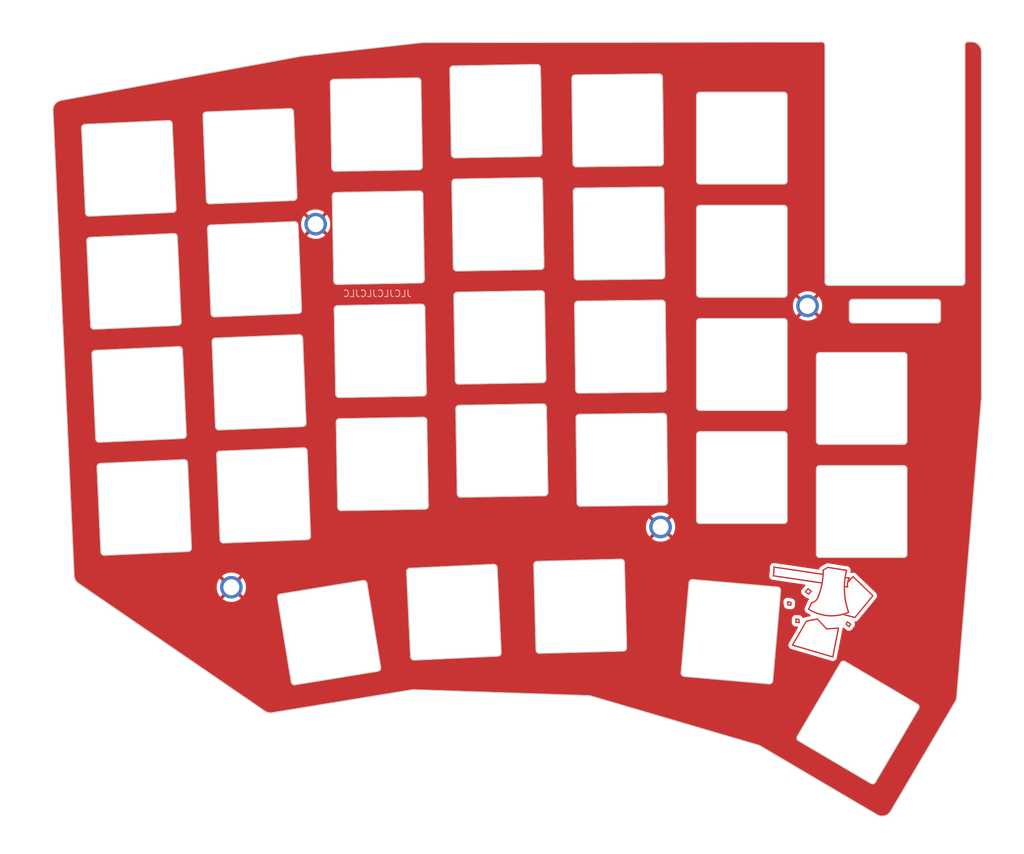
<source format=kicad_pcb>
(kicad_pcb (version 20240108) (generator "pcbnew") (generator_version "8.0")
  (title_block (title "keyplate_left") (rev "v1.0.0") (company "Unknown"))
  (layers (0 "F.Cu" signal) (31 "B.Cu" signal) (34 "B.Paste" user) (35 "F.Paste" user) (36 "B.SilkS" user "B.Silkscreen") (37 "F.SilkS" user "F.Silkscreen") (38 "B.Mask" user) (39 "F.Mask" user) (44 "Edge.Cuts" user))
  (net 0 "")
  (net 1 "GND")
  (footprint "hackbeil:mounting_hole" (layer "F.Cu") (at 155.75717 87.437797 2.3)
    (property "Reference" "MH2" (hide yes))
    (property "Value" "")
    (pad "" thru_hole circle (at 0 0 2.3) (size 3.4 3.4) (drill 2.4) (layers "*.Cu" "*.Mask") (net 1 "GND"))
  )
  (footprint "hackbeil:mounting_hole" (layer "F.Cu") (at 229.659687 99.721852 2.3)
    (property "Reference" "MH4" (hide yes))
    (property "Value" "")
    (pad "" thru_hole circle (at 0 0 2.3) (size 3.4 3.4) (drill 2.4) (layers "*.Cu" "*.Mask") (net 1 "GND"))
  )
  (footprint "hackbeil:logo" (layer "F.Cu") (at 228.802268 142.985001 -90)
    (property "Reference" "REF**" (hide yes))
    (property "Value" "logo")
    (fp_line (start 1.2 2.15) (end 1.650001 2.100002) (stroke (width 0.2)) (layer "F.Cu"))
    (fp_line (start 1.650001 2.100002) (end 1.7 1.65) (stroke (width 0.2)) (layer "F.Cu"))
    (fp_line (start 1.7 1.65) (end 1.300001 1.625) (stroke (width 0.2)) (layer "F.Cu"))
    (fp_line (start 1.300001 1.625) (end 1.2 2.15) (stroke (width 0.2)) (layer "F.Cu"))
    (fp_line (start 7.7 1.4) (end 4.099999 -0.675001) (stroke (width 0.2)) (layer "F.Cu"))
    (fp_line (start 3.8 0.9) (end 4.275 0.899999) (stroke (width 0.2)) (layer "F.Cu"))
    (fp_line (start 4.275 0.899999) (end 4.3 0.4) (stroke (width 0.2)) (layer "F.Cu"))
    (fp_line (start 3.825 0.45) (end 3.8 0.9) (stroke (width 0.2)) (layer "F.Cu"))
    (fp_line (start 4.3 0.4) (end 3.825 0.45) (stroke (width 0.2)) (layer "F.Cu"))
    (fp_line (start -0.325 -0.525) (end 0.05 -0.975) (stroke (width 0.2)) (layer "F.Cu"))
    (fp_line (start 4.099999 -0.675001) (end 3.775 -2.325) (stroke (width 0.2)) (layer "F.Cu"))
    (fp_line (start -0.775 -0.95) (end -0.325 -0.525) (stroke (width 0.2)) (layer "F.Cu"))
    (fp_line (start 0.05 -0.975) (end -0.375 -1.4) (stroke (width 0.2)) (layer "F.Cu"))
    (fp_line (start 2.299999 -1.024999) (end 1.33 -1.455) (stroke (width 0.2)) (layer "F.Cu"))
    (fp_line (start -0.375 -1.4) (end -0.775 -0.95) (stroke (width 0.2)) (layer "F.Cu"))
    (fp_line (start 3.775 -2.325) (end 5.249999 -3.7) (stroke (width 0.2)) (layer "F.Cu"))
    (fp_line (start -1.632499 -3.035001) (end -2.717847 4.299535) (stroke (width 0.2)) (layer "F.Cu"))
    (fp_line (start -2.935001 -3.174999) (end -4.025 4.184999) (stroke (width 0.2)) (layer "F.Cu"))
    (fp_line (start -3.579999 -3.205) (end -3.98 -3.895) (stroke (width 0.2)) (layer "F.Cu"))
    (fp_line (start 5.249999 -3.7) (end 5.149999 -5.499999) (stroke (width 0.2)) (layer "F.Cu"))
    (fp_line (start 9.475 -4.65) (end 7.7 1.4) (stroke (width 0.2)) (layer "F.Cu"))
    (fp_line (start 5.149999 -5.499999) (end 9.475 -4.65) (stroke (width 0.2)) (layer "F.Cu"))
    (fp_line (start -1.132499 -6.375) (end -1.0275 -6.875001) (stroke (width 0.2)) (layer "F.Cu"))
    (fp_line (start -2.435 -6.515) (end -2.404999 -7.145001) (stroke (width 0.2)) (layer "F.Cu"))
    (fp_line (start 4.574999 -6.65) (end 4.924999 -7.075001) (stroke (width 0.2)) (layer "F.Cu"))
    (fp_line (start -3.532732 -6.713895) (end -3.98 -3.895) (stroke (width 0.2)) (layer "F.Cu"))
    (fp_line (start 4.199999 -6.849999) (end 4.574999 -6.65) (stroke (width 0.2)) (layer "F.Cu"))
    (fp_line (start 4.924999 -7.075001) (end 4.575001 -7.350001) (stroke (width 0.2)) (layer "F.Cu"))
    (fp_line (start 4.575001 -7.350001) (end 4.199999 -6.849999) (stroke (width 0.2)) (layer "F.Cu"))
    (fp_line (start -2.575 -7.7) (end -1.740176 -6.887934) (stroke (width 0.2)) (layer "F.Cu"))
    (fp_line (start -2.575 -7.7) (end 0.275001 -10.675) (stroke (width 0.2)) (layer "F.Cu"))
    (fp_line (start 3.549999 -7.974998) (end 3.075 -6.125) (stroke (width 0.2)) (layer "F.Cu"))
    (fp_line (start 0.275001 -10.675) (end 3.549999 -7.974998) (stroke (width 0.2)) (layer "F.Cu"))
    (fp_arc (start -4.025001 4.185001) (mid -3.368327 4.206927) (end -2.717847 4.299535) (stroke (width 0.2)) (layer "F.Cu"))
    (fp_arc (start 0.500001 -2.425) (mid 1.045705 -2.051841) (end 1.329998 -1.455001) (stroke (width 0.2)) (layer "F.Cu"))
    (fp_arc (start -3.579999 -3.205) (mid -1.500871 -3.019671) (end 0.500001 -2.425) (stroke (width 0.2)) (layer "F.Cu"))
    (fp_arc (start -1.0275 -6.875001) (mid -1.740176 -6.887934) (end -2.404999 -7.145001) (stroke (width 0.2)) (layer "F.Cu"))
    (fp_arc (start 2.76 -7.025001) (mid 3.275914 -3.967813) (end 2.299999 -1.024999) (stroke (width 0.2)) (layer "F.Cu"))
    (fp_arc (start 2.76 -7.025001) (mid -0.363274 -6.402372) (end -3.532732 -6.713895) (stroke (width 0.2)) (layer "F.Cu"))
  )
  (footprint "hackbeil:mounting_hole" (layer "F.Cu") (at 143.08625 141.990251 2.3)
    (property "Reference" "MH1" (hide yes))
    (property "Value" "")
    (pad "" thru_hole circle (at 0 0 2.3) (size 3.4 3.4) (drill 2.4) (layers "*.Cu" "*.Mask") (net 1 "GND"))
  )
  (footprint "hackbeil:mounting_hole" (layer "F.Cu") (at 207.574795 132.934915 2.3)
    (property "Reference" "MH3" (hide yes))
    (property "Value" "")
    (pad "" thru_hole circle (at 0 0 2.3) (size 3.4 3.4) (drill 2.4) (layers "*.Cu" "*.Mask") (net 1 "GND"))
  )
  (gr_line (start 162.873749 140.978983) (end 150.439367 143.015191) (stroke (width 0.15)) (layer "Edge.Cuts"))
  (gr_arc (start 195.124986 95.816049) (mid 194.769669 95.673933) (end 194.618914 95.322195) (stroke (width 0.15)) (layer "Edge.Cuts"))
  (gr_arc (start 211.126478 155.384631) (mid 210.787034 155.207927) (end 210.671959 154.842956) (stroke (width 0.15)) (layer "Edge.Cuts"))
  (gr_line (start 150.026741 143.589421) (end 152.09527 156.221174) (stroke (width 0.15)) (layer "Edge.Cuts"))
  (gr_arc (start 172.671739 129.745695) (mid 172.531485 130.10175) (end 172.180541 130.254345) (stroke (width 0.15)) (layer "Edge.Cuts"))
  (gr_line (start 139.520261 88.089938) (end 140.033948 100.879627) (stroke (width 0.15)) (layer "Edge.Cuts"))
  (gr_line (start 226.089682 67.616937) (end 213.489682 67.616937) (stroke (width 0.15)) (layer "Edge.Cuts"))
  (gr_arc (start 139.871371 84.372854) (mid 139.512225 84.240714) (end 139.351707 83.893322) (stroke (width 0.15)) (layer "Edge.Cuts"))
  (gr_arc (start 158.850419 117.184997) (mid 158.990673 116.828942) (end 159.341617 116.676347) (stroke (width 0.15)) (layer "Edge.Cuts"))
  (gr_line (start 189.313906 80.44774) (end 176.715825 80.667641) (stroke (width 0.15)) (layer "Edge.Cuts"))
  (gr_line (start 159.28577 113.476834) (end 171.88385 113.256934) (stroke (width 0.15)) (layer "Edge.Cuts"))
  (gr_line (start 121.374335 89.950057) (end 121.954982 102.736881) (stroke (width 0.15)) (layer "Edge.Cuts"))
  (gr_line (start 226.089682 101.616937) (end 213.489682 101.616937) (stroke (width 0.15)) (layer "Edge.Cuts"))
  (gr_line (start 140.202501 105.076243) (end 140.716188 117.865931) (stroke (width 0.15)) (layer "Edge.Cuts"))
  (gr_line (start 249.639682 101.77628) (end 249.639682 99.23628) (stroke (width 0.15)) (layer "Edge.Cuts"))
  (gr_arc (start 207.76314 98.861875) (mid 208.118456 99.003992) (end 208.269211 99.35573) (stroke (width 0.15)) (layer "Edge.Cuts"))
  (gr_arc (start 246.169039 159.556215) (mid 246.399343 159.86184) (end 246.346083 160.240799) (stroke (width 0.15)) (layer "Edge.Cuts"))
  (gr_line (start 138.83802 71.103634) (end 139.351707 83.893322) (stroke (width 0.15)) (layer "Edge.Cuts"))
  (gr_line (start 158.553729 100.187586) (end 158.777119 112.985637) (stroke (width 0.15)) (layer "Edge.Cuts"))
  (gr_line (start 190.045946 93.736989) (end 189.822556 80.938938) (stroke (width 0.15)) (layer "Edge.Cuts"))
  (gr_line (start 148.116631 160.605853) (end 120.104289 141.410738) (stroke (width 0.15)) (layer "Edge.Cuts"))
  (gr_line (start 188.535588 138.621093) (end 188.870653 151.416707) (stroke (width 0.15)) (layer "Edge.Cuts"))
  (gr_line (start 236.439682 102.27628) (end 249.139682 102.27628) (stroke (width 0.15)) (layer "Edge.Cuts"))
  (gr_line (start 153.622992 100.333834) (end 153.109305 87.544146) (stroke (width 0.15)) (layer "Edge.Cuts"))
  (gr_line (start 122.145506 106.932557) (end 122.726152 119.71938) (stroke (width 0.15)) (layer "Edge.Cuts"))
  (gr_line (start 244.089682 123.716937) (end 231.489682 123.716937) (stroke (width 0.15)) (layer "Edge.Cuts"))
  (gr_line (start 165.516508 154.023362) (end 163.447979 141.391609) (stroke (width 0.15)) (layer "Edge.Cuts"))
  (gr_line (start 153.271882 104.050919) (end 140.682033 104.55658) (stroke (width 0.15)) (layer "Edge.Cuts"))
  (gr_arc (start 151.907401 70.07831) (mid 152.266547 70.21045) (end 152.427064 70.557841) (stroke (width 0.15)) (layer "Edge.Cuts"))
  (gr_arc (start 171.643006 99.459036) (mid 171.999062 99.599289) (end 172.151657 99.950233) (stroke (width 0.15)) (layer "Edge.Cuts"))
  (gr_line (start 176.818009 115.171112) (end 177.0414 127.969163) (stroke (width 0.15)) (layer "Edge.Cuts"))
  (gr_line (start 208.425588 112.154775) (end 208.269211 99.35573) (stroke (width 0.15)) (layer "Edge.Cuts"))
  (gr_arc (start 249.139682 98.73628) (mid 249.493235 98.882727) (end 249.639682 99.23628) (stroke (width 0.15)) (layer "Edge.Cuts"))
  (gr_line (start 207.347761 64.864413) (end 194.748702 65.018347) (stroke (width 0.15)) (layer "Edge.Cuts"))
  (gr_arc (start 153.954122 121.037223) (mid 154.313268 121.169363) (end 154.473786 121.516755) (stroke (width 0.15)) (layer "Edge.Cuts"))
  (gr_line (start 171.346316 82.461625) (end 158.748235 82.681525) (stroke (width 0.15)) (layer "Edge.Cuts"))
  (gr_line (start 207.970828 115.860607) (end 195.371769 116.014541) (stroke (width 0.15)) (layer "Edge.Cuts"))
  (gr_line (start 196.746201 158.281829) (end 170.471287 157.395706) (stroke (width 0.15)) (layer "Edge.Cuts"))
  (gr_line (start 119.453725 140.241415) (end 116.28083 70.368843) (stroke (width 0.15)) (layer "Edge.Cuts"))
  (gr_arc (start 253.289681 60.534777) (mid 253.435874 60.181477) (end 253.788964 60.034778) (stroke (width 0.15)) (layer "Edge.Cuts"))
  (gr_line (start 231.489682 120.516937) (end 244.089682 120.516937) (stroke (width 0.15)) (layer "Edge.Cuts"))
  (gr_line (start 235.939682 99.23628) (end 235.939682 101.77628) (stroke (width 0.15)) (layer "Edge.Cuts"))
  (gr_arc (start 158.257038 83.190176) (mid 158.397291 82.83412) (end 158.748235 82.681525) (stroke (width 0.15)) (layer "Edge.Cuts"))
  (gr_arc (start 235.939682 99.23628) (mid 236.086129 98.882727) (end 236.439682 98.73628) (stroke (width 0.15)) (layer "Edge.Cuts"))
  (gr_arc (start 182.489855 138.546808) (mid 182.849914 138.676438) (end 183.012853 139.0227) (stroke (width 0.15)) (layer "Edge.Cuts"))
  (gr_arc (start 176.956668 94.465539) (mid 176.600613 94.325285) (end 176.448018 93.974341) (stroke (width 0.15)) (layer "Edge.Cuts"))
  (gr_line (start 213.489682 98.416937) (end 226.089682 98.416937) (stroke (width 0.15)) (layer "Edge.Cuts"))
  (gr_arc (start 232.789682 96.62628) (mid 232.436129 96.479833) (end 232.289682 96.12628) (stroke (width 0.15)) (layer "Edge.Cuts"))
  (gr_arc (start 213.489682 115.416937) (mid 213.136129 115.27049) (end 212.989682 114.916937) (stroke (width 0.15)) (layer "Edge.Cuts"))
  (gr_line (start 136.312152 119.102444) (end 135.731506 106.31562) (stroke (width 0.15)) (layer "Edge.Cuts"))
  (gr_line (start 122.477148 103.213684) (end 135.064178 102.642111) (stroke (width 0.15)) (layer "Edge.Cuts"))
  (gr_arc (start 226.089682 84.616937) (mid 226.443235 84.763384) (end 226.589682 85.116937) (stroke (width 0.15)) (layer "Edge.Cuts"))
  (gr_arc (start 189.610597 97.445151) (mid 189.966652 97.585405) (end 190.119247 97.936349) (stroke (width 0.15)) (layer "Edge.Cuts"))
  (gr_line (start 176.956668 94.465539) (end 189.554749 94.245639) (stroke (width 0.15)) (layer "Edge.Cuts"))
  (gr_line (start 172.671739 129.745695) (end 172.448348 116.947644) (stroke (width 0.15)) (layer "Edge.Cuts"))
  (gr_arc (start 116.28083 70.368844) (mid 116.605145 69.367314) (end 117.507785 68.825574) (stroke (width 0.15)) (layer "Edge.Cuts"))
  (gr_arc (start 140.202502 105.076243) (mid 140.334642 104.717097) (end 140.682033 104.55658) (stroke (width 0.15)) (layer "Edge.Cuts"))
  (gr_arc (start 195.332675 112.81478) (mid 194.977358 112.672664) (end 194.826603 112.320926) (stroke (width 0.15)) (layer "Edge.Cuts"))
  (gr_arc (start 201.61801 137.778346) (mid 201.975276 137.915487) (end 202.130928 138.265086) (stroke (width 0.15)) (layer "Edge.Cuts"))
  (gr_line (start 226.589682 114.916937) (end 226.589682 102.116937) (stroke (width 0.15)) (layer "Edge.Cuts"))
  (gr_arc (start 154.987474 134.306444) (mid 154.855333 134.66559) (end 154.507941 134.826107) (stroke (width 0.15)) (layer "Edge.Cuts"))
  (gr_arc (start 141.918092 135.331767) (mid 141.558946 135.199627) (end 141.398429 134.852236) (stroke (width 0.15)) (layer "Edge.Cuts"))
  (gr_line (start 225.150244 141.955782) (end 212.398952 140.840189) (stroke (width 0.15)) (layer "Edge.Cuts"))
  (gr_arc (start 120.10429 141.410738) (mid 119.641393 140.90264) (end 119.453725 140.241415) (stroke (width 0.15)) (layer "Edge.Cuts"))
  (gr_arc (start 171.049626 65.464215) (mid 171.405681 65.604469) (end 171.558275 65.955412) (stroke (width 0.15)) (layer "Edge.Cuts"))
  (gr_arc (start 137.083323 136.084944) (mid 136.953065 136.444776) (end 136.606519 136.60711) (stroke (width 0.15)) (layer "Edge.Cuts"))
  (gr_line (start 151.907401 70.07831) (end 139.317552 70.583971) (stroke (width 0.15)) (layer "Edge.Cuts"))
  (gr_line (start 134.769811 85.137444) (end 134.189164 72.350621) (stroke (width 0.15)) (layer "Edge.Cuts"))
  (gr_line (start 140.884742 122.062548) (end 141.398429 134.852236) (stroke (width 0.15)) (layer "Edge.Cuts"))
  (gr_line (start 135.209339 105.838816) (end 122.62231 106.41039) (stroke (width 0.15)) (layer "Edge.Cuts"))
  (gr_line (start 134.438168 88.856317) (end 121.851139 89.427891) (stroke (width 0.15)) (layer "Edge.Cuts"))
  (gr_line (start 202.465993 151.0607) (end 202.130928 138.265087) (stroke (width 0.15)) (layer "Edge.Cuts"))
  (gr_arc (start 208.425589 112.154775) (mid 208.283472 112.510091) (end 207.931734 112.660846) (stroke (width 0.15)) (layer "Edge.Cuts"))
  (gr_line (start 141.918092 135.331767) (end 154.507941 134.826107) (stroke (width 0.15)) (layer "Edge.Cuts"))
  (gr_line (start 182.489855 138.546808) (end 169.903842 139.14035) (stroke (width 0.15)) (layer "Edge.Cuts"))
  (gr_line (start 211.126478 155.384631) (end 223.87777 156.500225) (stroke (width 0.15)) (layer "Edge.Cuts"))
  (gr_arc (start 189.749256 76.739578) (mid 189.609002 77.095633) (end 189.258058 77.248228) (stroke (width 0.15)) (layer "Edge.Cuts"))
  (gr_arc (start 120.603165 72.967558) (mid 120.733422 72.607725) (end 121.079968 72.445391) (stroke (width 0.15)) (layer "Edge.Cuts"))
  (gr_line (start 253.788964 60.034778) (end 254.287527 60.034062) (stroke (width 0.15)) (layer "Edge.Cuts"))
  (gr_line (start 123.248319 120.196184) (end 135.835348 119.62461) (stroke (width 0.15)) (layer "Edge.Cuts"))
  (gr_line (start 226.589682 131.916937) (end 226.589682 119.116937) (stroke (width 0.15)) (layer "Edge.Cuts"))
  (gr_arc (start 123.248319 120.196185) (mid 122.888486 120.065927) (end 122.726152 119.71938) (stroke (width 0.15)) (layer "Edge.Cuts"))
  (gr_arc (start 226.589682 114.916937) (mid 226.443235 115.27049) (end 226.089682 115.416937) (stroke (width 0.15)) (layer "Edge.Cuts"))
  (gr_arc (start 124.01949 137.178685) (mid 123.659657 137.048427) (end 123.497323 136.70188) (stroke (width 0.15)) (layer "Edge.Cuts"))
  (gr_line (start 224.419446 156.045705) (end 225.604764 142.497457) (stroke (width 0.15)) (layer "Edge.Cuts"))
  (gr_arc (start 212.989682 102.116937) (mid 213.136129 101.763384) (end 213.489682 101.616937) (stroke (width 0.15)) (layer "Edge.Cuts"))
  (gr_line (start 212.989682 85.116937) (end 212.989682 97.916937) (stroke (width 0.15)) (layer "Edge.Cuts"))
  (gr_arc (start 194.462538 82.52315) (mid 194.604654 82.167834) (end 194.956391 82.017079) (stroke (width 0.15)) (layer "Edge.Cuts"))
  (gr_line (start 175.927936 64.17888) (end 176.151327 76.976931) (stroke (width 0.15)) (layer "Edge.Cuts"))
  (gr_arc (start 170.553911 152.92503) (mid 170.193852 152.7954) (end 170.030913 152.449138) (stroke (width 0.15)) (layer "Edge.Cuts"))
  (gr_line (start 194.254848 65.524419) (end 194.411225 78.323463) (stroke (width 0.15)) (layer "Edge.Cuts"))
  (gr_arc (start 244.089682 123.716937) (mid 244.443235 123.863384) (end 244.589682 124.216937) (stroke (width 0.15)) (layer "Edge.Cuts"))
  (gr_line (start 157.960347 66.192765) (end 158.183738 78.990815) (stroke (width 0.15)) (layer "Edge.Cuts"))
  (gr_line (start 158.692388 79.482013) (end 171.290469 79.262112) (stroke (width 0.15)) (layer "Edge.Cuts"))
  (gr_arc (start 194.877915 116.520613) (mid 195.020031 116.165296) (end 195.371769 116.014541) (stroke (width 0.15)) (layer "Edge.Cuts"))
  (gr_arc (start 213.489682 132.416937) (mid 213.136129 132.27049) (end 212.989682 131.916937) (stroke (width 0.15)) (layer "Edge.Cuts"))
  (gr_arc (start 226.089682 118.616937) (mid 226.443235 118.763384) (end 226.589682 119.116937) (stroke (width 0.15)) (layer "Edge.Cuts"))
  (gr_line (start 251.871698 159.135403) (end 242.148835 175.641549) (stroke (width 0.15)) (layer "Edge.Cuts"))
  (gr_arc (start 176.659978 77.468128) (mid 176.303922 77.327875) (end 176.151327 76.976931) (stroke (width 0.15)) (layer "Edge.Cuts"))
  (gr_arc (start 152.940751 83.347529) (mid 152.808611 83.706675) (end 152.46122 83.867192) (stroke (width 0.15)) (layer "Edge.Cuts"))
  (gr_arc (start 212.989682 85.116937) (mid 213.136129 84.763384) (end 213.489682 84.616937) (stroke (width 0.15)) (layer "Edge.Cuts"))
  (gr_line (start 195.124986 95.816049) (end 207.724045 95.662115) (stroke (width 0.15)) (layer "Edge.Cuts"))
  (gr_line (start 213.489682 132.416937) (end 226.089682 132.416937) (stroke (width 0.15)) (layer "Edge.Cuts"))
  (gr_line (start 124.01949 137.178684) (end 136.606519 136.60711) (stroke (width 0.15)) (layer "Edge.Cuts"))
  (gr_arc (start 231.788964 60.066393) (mid 232.142981 60.212585) (end 232.289682 60.566392) (stroke (width 0.15)) (layer "Edge.Cuts"))
  (gr_line (start 208.217899 95.156043) (end 208.061522 82.356999) (stroke (width 0.15)) (layer "Edge.Cuts"))
  (gr_arc (start 228.308481 165.051714) (mid 228.078176 164.746089) (end 228.131435 164.36713) (stroke (width 0.15)) (layer "Edge.Cuts"))
  (gr_line (start 153.954123 121.037224) (end 141.364273 121.542885) (stroke (width 0.15)) (layer "Edge.Cuts"))
  (gr_arc (start 244.589682 137.016937) (mid 244.443235 137.37049) (end 244.089682 137.516937) (stroke (width 0.15)) (layer "Edge.Cuts"))
  (gr_arc (start 122.145505 106.932557) (mid 122.275763 106.572724) (end 122.62231 106.41039) (stroke (width 0.15)) (layer "Edge.Cuts"))
  (gr_arc (start 236.439682 102.27628) (mid 236.086129 102.129833) (end 235.939682 101.77628) (stroke (width 0.15)) (layer "Edge.Cuts"))
  (gr_arc (start 136.312152 119.102444) (mid 136.181894 119.462276) (end 135.835348 119.62461) (stroke (width 0.15)) (layer "Edge.Cuts"))
  (gr_arc (start 252.07414 158.497852) (mid 252.008911 158.828056) (end 251.871698 159.135403) (stroke (width 0.15)) (layer "Edge.Cuts"))
  (gr_line (start 195.332675 112.81478) (end 207.931734 112.660846) (stroke (width 0.15)) (layer "Edge.Cuts"))
  (gr_arc (start 226.589682 131.916937) (mid 226.443235 132.27049) (end 226.089682 132.416937) (stroke (width 0.15)) (layer "Edge.Cuts"))
  (gr_line (start 176.659978 77.468128) (end 189.258058 77.248228) (stroke (width 0.15)) (layer "Edge.Cuts"))
  (gr_arc (start 177.253359 111.46295) (mid 176.897304 111.322696) (end 176.744709 110.971752) (stroke (width 0.15)) (layer "Edge.Cuts"))
  (gr_line (start 207.76314 98.861876) (end 195.16408 99.01581) (stroke (width 0.15)) (layer "Edge.Cuts"))
  (gr_arc (start 189.907288 114.442562) (mid 190.263343 114.582816) (end 190.415938 114.93376) (stroke (width 0.15)) (layer "Edge.Cuts"))
  (gr_line (start 189.907288 114.442562) (end 177.309207 114.662462) (stroke (width 0.15)) (layer "Edge.Cuts"))
  (gr_arc (start 208.01021 78.157313) (mid 207.868094 78.512629) (end 207.516356 78.663383) (stroke (width 0.15)) (layer "Edge.Cuts"))
  (gr_arc (start 207.555451 81.863144) (mid 207.910767 82.005261) (end 208.061522 82.356999) (stroke (width 0.15)) (layer "Edge.Cuts"))
  (gr_line (start 195.540364 129.813511) (end 208.139423 129.659577) (stroke (width 0.15)) (layer "Edge.Cuts"))
  (gr_line (start 121.705978 86.231185) (end 134.293007 85.659611) (stroke (width 0.15)) (layer "Edge.Cuts"))
  (gr_line (start 122.916677 123.915057) (end 123.497323 136.70188) (stroke (width 0.15)) (layer "Edge.Cuts"))
  (gr_arc (start 231.489682 120.516937) (mid 231.136129 120.37049) (end 230.989682 120.016937) (stroke (width 0.15)) (layer "Edge.Cuts"))
  (gr_line (start 244.589682 120.016937) (end 244.589682 107.216937) (stroke (width 0.15)) (layer "Edge.Cuts"))
  (gr_line (start 169.427951 139.663348) (end 170.030913 152.449138) (stroke (width 0.15)) (layer "Edge.Cuts"))
  (gr_arc (start 230.989682 107.216937) (mid 231.136129 106.863384) (end 231.489682 106.716937) (stroke (width 0.15)) (layer "Edge.Cuts"))
  (gr_line (start 158.85042 117.184997) (end 159.07381 129.983047) (stroke (width 0.15)) (layer "Edge.Cuts"))
  (gr_line (start 226.589682 80.916937) (end 226.589682 68.116937) (stroke (width 0.15)) (layer "Edge.Cuts"))
  (gr_arc (start 154.305232 117.320139) (mid 154.173092 117.679285) (end 153.825701 117.839802) (stroke (width 0.15)) (layer "Edge.Cuts"))
  (gr_line (start 211.857277 141.294708) (end 210.671959 154.842956) (stroke (width 0.15)) (layer "Edge.Cuts"))
  (gr_line (start 222.253052 165.715741) (end 197.117912 158.341641) (stroke (width 0.15)) (layer "Edge.Cuts"))
  (gr_line (start 158.257038 83.190176) (end 158.480428 95.988226) (stroke (width 0.15)) (layer "Edge.Cuts"))
  (gr_arc (start 171.574815 60.162019) (mid 171.657149 60.155081) (end 171.73974 60.152686) (stroke (width 0.15)) (layer "Edge.Cuts"))
  (gr_arc (start 140.553611 101.359158) (mid 140.194465 101.227018) (end 140.033948 100.879627) (stroke (width 0.15)) (layer "Edge.Cuts"))
  (gr_line (start 171.643006 99.459036) (end 159.044926 99.678936) (stroke (width 0.15)) (layer "Edge.Cuts"))
  (gr_line (start 135.540981 102.119944) (end 134.960335 89.333121) (stroke (width 0.15)) (layer "Edge.Cuts"))
  (gr_arc (start 177.550049 128.46036) (mid 177.193994 128.320106) (end 177.0414 127.969163) (stroke (width 0.15)) (layer "Edge.Cuts"))
  (gr_arc (start 153.622992 100.333835) (mid 153.490852 100.69298) (end 153.14346 100.853497) (stroke (width 0.15)) (layer "Edge.Cuts"))
  (gr_line (start 232.789682 96.62628) (end 252.789682 96.62628) (stroke (width 0.15)) (layer "Edge.Cuts"))
  (gr_arc (start 244.089682 106.716937) (mid 244.443235 106.863384) (end 244.589682 107.216937) (stroke (width 0.15)) (layer "Edge.Cuts"))
  (gr_arc (start 208.633278 129.153506) (mid 208.491161 129.508822) (end 208.139423 129.659577) (stroke (width 0.15)) (layer "Edge.Cuts"))
  (gr_arc (start 121.705978 86.231184) (mid 121.346145 86.100927) (end 121.183811 85.754381) (stroke (width 0.15)) (layer "Edge.Cuts"))
  (gr_line (start 158.989078 96.479423) (end 171.587159 96.259523) (stroke (width 0.15)) (layer "Edge.Cuts"))
  (gr_arc (start 121.374336 89.950058) (mid 121.504593 89.590225) (end 121.851139 89.427891) (stroke (width 0.15)) (layer "Edge.Cuts"))
  (gr_arc (start 134.438169 88.856317) (mid 134.798001 88.986575) (end 134.960335 89.333121) (stroke (width 0.15)) (layer "Edge.Cuts"))
  (gr_arc (start 194.917296 78.817318) (mid 194.56198 78.675201) (end 194.411225 78.323463) (stroke (width 0.15)) (layer "Edge.Cuts"))
  (gr_arc (start 222.253052 165.715742) (mid 222.427111 165.778709) (end 222.59209 165.862634) (stroke (width 0.15)) (layer "Edge.Cuts"))
  (gr_arc (start 188.535588 138.621093) (mid 188.67273 138.263827) (end 189.022329 138.108176) (stroke (width 0.15)) (layer "Edge.Cuts"))
  (gr_arc (start 139.520261 88.089938) (mid 139.652401 87.730792) (end 139.999792 87.570275) (stroke (width 0.15)) (layer "Edge.Cuts"))
  (gr_line (start 244.589682 137.016937) (end 244.589682 124.216937) (stroke (width 0.15)) (layer "Edge.Cuts"))
  (gr_arc (start 234.627927 153.338277) (mid 234.933812 153.108983) (end 235.31251 153.161231) (stroke (width 0.15)) (layer "Edge.Cuts"))
  (gr_arc (start 190.342637 110.7344) (mid 190.202383 111.090455) (end 189.85144 111.243049) (stroke (width 0.15)) (layer "Edge.Cuts"))
  (gr_arc (start 231.489682 137.516937) (mid 231.136129 137.37049) (end 230.989682 137.016937) (stroke (width 0.15)) (layer "Edge.Cuts"))
  (gr_arc (start 171.939698 116.456446) (mid 172.295753 116.5967) (end 172.448348 116.947644) (stroke (width 0.15)) (layer "Edge.Cuts"))
  (gr_line (start 212.989682 119.116937) (end 212.989682 131.916937) (stroke (width 0.15)) (layer "Edge.Cuts"))
  (gr_arc (start 213.489682 98.416937) (mid 213.136129 98.27049) (end 212.989682 97.916937) (stroke (width 0.15)) (layer "Edge.Cuts"))
  (gr_line (start 226.089682 84.616937) (end 213.489682 84.616937) (stroke (width 0.15)) (layer "Edge.Cuts"))
  (gr_arc (start 190.639328 127.731809) (mid 190.499075 128.087865) (end 190.148131 128.24046) (stroke (width 0.15)) (layer "Edge.Cuts"))
  (gr_arc (start 176.818009 115.171112) (mid 176.958263 114.815057) (end 177.309207 114.662462) (stroke (width 0.15)) (layer "Edge.Cuts"))
  (gr_arc (start 135.209339 105.838817) (mid 135.569172 105.969074) (end 135.731506 106.31562) (stroke (width 0.15)) (layer "Edge.Cuts"))
  (gr_arc (start 249.639682 101.77628) (mid 249.493235 102.129833) (end 249.139682 102.27628) (stroke (width 0.15)) (layer "Edge.Cuts"))
  (gr_line (start 228.308481 165.051714) (end 239.165008 171.446697) (stroke (width 0.15)) (layer "Edge.Cuts"))
  (gr_line (start 135.98051 122.821316) (end 123.393481 123.39289) (stroke (width 0.15)) (layer "Edge.Cuts"))
  (gr_line (start 152.940751 83.347529) (end 152.427064 70.557841) (stroke (width 0.15)) (layer "Edge.Cuts"))
  (gr_line (start 189.610597 97.445151) (end 177.012516 97.665052) (stroke (width 0.15)) (layer "Edge.Cuts"))
  (gr_arc (start 253.289682 96.12628) (mid 253.143235 96.479833) (end 252.789682 96.62628) (stroke (width 0.15)) (layer "Edge.Cuts"))
  (gr_arc (start 171.781665 78.753462) (mid 171.641412 79.109517) (end 171.290469 79.262112) (stroke (width 0.15)) (layer "Edge.Cuts"))
  (gr_arc (start 152.589641 87.064614) (mid 152.948787 87.196754) (end 153.109305 87.544146) (stroke (width 0.15)) (layer "Edge.Cuts"))
  (gr_line (start 246.169038 159.556215) (end 235.31251 153.161231) (stroke (width 0.15)) (layer "Edge.Cuts"))
  (gr_line (start 171.73974 60.152686) (end 231.788964 60.066393) (stroke (width 0.15)) (layer "Edge.Cuts"))
  (gr_arc (start 190.045947 93.736989) (mid 189.905693 94.093044) (end 189.554749 94.245639) (stroke (width 0.15)) (layer "Edge.Cuts"))
  (gr_line (start 171.939698 116.456447) (end 159.341617 116.676347) (stroke (width 0.15)) (layer "Edge.Cuts"))
  (gr_line (start 140.553611 101.359158) (end 153.14346 100.853497) (stroke (width 0.15)) (layer "Edge.Cuts"))
  (gr_line (start 239.849592 171.269652) (end 246.346083 160.240799) (stroke (width 0.15)) (layer "Edge.Cuts"))
  (gr_line (start 190.342637 110.734399) (end 190.119247 97.936349) (stroke (width 0.15)) (layer "Edge.Cuts"))
  (gr_line (start 194.670226 99.521882) (end 194.826603 112.320926) (stroke (width 0.15)) (layer "Edge.Cuts"))
  (gr_line (start 213.489682 81.416937) (end 226.089682 81.416937) (stroke (width 0.15)) (layer "Edge.Cuts"))
  (gr_arc (start 169.427951 139.663349) (mid 169.55758 139.303289) (end 169.903842 139.14035) (stroke (width 0.15)) (layer "Edge.Cuts"))
  (gr_arc (start 158.553728 100.187586) (mid 158.693982 99.831531) (end 159.044926 99.678936) (stroke (width 0.15)) (layer "Edge.Cuts"))
  (gr_arc (start 212.989682 119.116937) (mid 213.136129 118.763384) (end 213.489682 118.616937) (stroke (width 0.15)) (layer "Edge.Cuts"))
  (gr_line (start 232.289682 60.566392) (end 232.289682 96.12628) (stroke (width 0.15)) (layer "Edge.Cuts"))
  (gr_line (start 117.507785 68.825574) (end 153.637493 62.176248) (stroke (width 0.15)) (layer "Edge.Cuts"))
  (gr_arc (start 165.516508 154.023362) (mid 165.429122 154.395935) (end 165.103882 154.597592) (stroke (width 0.15)) (layer "Edge.Cuts"))
  (gr_arc (start 189.017215 63.450329) (mid 189.37327 63.590583) (end 189.525865 63.941527) (stroke (width 0.15)) (layer "Edge.Cuts"))
  (gr_arc (start 157.960347 66.192765) (mid 158.1006 65.836709) (end 158.451544 65.684114) (stroke (width 0.15)) (layer "Edge.Cuts"))
  (gr_arc (start 195.540363 129.813512) (mid 195.185047 129.671395) (end 195.034292 129.319657) (stroke (width 0.15)) (layer "Edge.Cuts"))
  (gr_line (start 141.235852 118.345463) (end 153.825701 117.839802) (stroke (width 0.15)) (layer "Edge.Cuts"))
  (gr_arc (start 242.148835 175.641548) (mid 241.231962 176.332462) (end 240.095084 176.172685) (stroke (width 0.15)) (layer "Edge.Cuts"))
  (gr_line (start 154.987473 134.306443) (end 154.473786 121.516755) (stroke (width 0.15)) (layer "Edge.Cuts"))
  (gr_arc (start 135.98051 122.821315) (mid 136.340343 122.951573) (end 136.502677 123.29812) (stroke (width 0.15)) (layer "Edge.Cuts"))
  (gr_arc (start 244.589682 120.016937) (mid 244.443235 120.37049) (end 244.089682 120.516937) (stroke (width 0.15)) (layer "Edge.Cuts"))
  (gr_arc (start 149.206928 160.848768) (mid 148.638324 160.832587) (end 148.116631 160.605853) (stroke (width 0.15)) (layer "Edge.Cuts"))
  (gr_line (start 176.521318 98.173702) (end 176.744709 110.971752) (stroke (width 0.15)) (layer "Edge.Cuts"))
  (gr_arc (start 254.287527 60.034062) (mid 255.34958 60.472639) (end 255.789682 61.53406) (stroke (width 0.15)) (layer "Edge.Cuts"))
  (gr_line (start 226.089682 118.616937) (end 213.489682 118.616937) (stroke (width 0.15)) (layer "Edge.Cuts"))
  (gr_line (start 137.083323 136.084943) (end 136.502677 123.29812) (stroke (width 0.15)) (layer "Edge.Cuts"))
  (gr_arc (start 153.271883 104.050919) (mid 153.631028 104.183059) (end 153.791545 104.530451) (stroke (width 0.15)) (layer "Edge.Cuts"))
  (gr_line (start 194.462537 82.52315) (end 194.618914 95.322195) (stroke (width 0.15)) (layer "Edge.Cuts"))
  (gr_line (start 159.58246 130.474245) (end 172.180541 130.254345) (stroke (width 0.15)) (layer "Edge.Cuts"))
  (gr_line (start 171.049625 65.464214) (end 158.451544 65.684114) (stroke (width 0.15)) (layer "Edge.Cuts"))
  (gr_arc (start 207.347761 64.864413) (mid 207.703078 65.006529) (end 207.853833 65.358267) (stroke (width 0.15)) (layer "Edge.Cuts"))
  (gr_arc (start 175.927936 64.17888) (mid 176.06819 63.822825) (end 176.419134 63.67023) (stroke (width 0.15)) (layer "Edge.Cuts"))
  (gr_line (start 234.627927 153.338277) (end 228.131435 164.36713) (stroke (width 0.15)) (layer "Edge.Cuts"))
  (gr_line (start 189.749256 76.739578) (end 189.525865 63.941527) (stroke (width 0.15)) (layer "Edge.Cuts"))
  (gr_line (start 152.6695 156.6338) (end 165.103882 154.597592) (stroke (width 0.15)) (layer "Edge.Cuts"))
  (gr_line (start 212.989682 102.116937) (end 212.989682 114.916937) (stroke (width 0.15)) (layer "Edge.Cuts"))
  (gr_line (start 133.666998 71.873817) (end 121.079968 72.445391) (stroke (width 0.15)) (layer "Edge.Cuts"))
  (gr_line (start 249.139682 98.73628) (end 236.439682 98.73628) (stroke (width 0.15)) (layer "Edge.Cuts"))
  (gr_arc (start 140.884742 122.062548) (mid 141.016882 121.703402) (end 141.364273 121.542885) (stroke (width 0.15)) (layer "Edge.Cuts"))
  (gr_arc (start 189.313906 80.44774) (mid 189.669961 80.587994) (end 189.822556 80.938938) (stroke (width 0.15)) (layer "Edge.Cuts"))
  (gr_arc (start 138.838021 71.103634) (mid 138.970161 70.744488) (end 139.317552 70.583971) (stroke (width 0.15)) (layer "Edge.Cuts"))
  (gr_line (start 213.489682 115.416937) (end 226.089682 115.416937) (stroke (width 0.15)) (layer "Edge.Cuts"))
  (gr_line (start 154.305232 117.320139) (end 153.791545 104.530451) (stroke (width 0.15)) (layer "Edge.Cuts"))
  (gr_line (start 177.55005 128.460361) (end 190.148131 128.24046) (stroke (width 0.15)) (layer "Edge.Cuts"))
  (gr_arc (start 194.670226 99.521882) (mid 194.812342 99.166565) (end 195.16408 99.01581) (stroke (width 0.15)) (layer "Edge.Cuts"))
  (gr_arc (start 226.089682 101.616937) (mid 226.443235 101.763384) (end 226.589682 102.116937) (stroke (width 0.15)) (layer "Edge.Cuts"))
  (gr_line (start 177.253359 111.46295) (end 189.85144 111.243049) (stroke (width 0.15)) (layer "Edge.Cuts"))
  (gr_line (start 231.489682 137.516937) (end 244.089682 137.516937) (stroke (width 0.15)) (layer "Edge.Cuts"))
  (gr_arc (start 196.746201 158.281829) (mid 196.933941 158.300026) (end 197.117912 158.341641) (stroke (width 0.15)) (layer "Edge.Cuts"))
  (gr_arc (start 213.489682 81.416937) (mid 213.136129 81.27049) (end 212.989682 80.916937) (stroke (width 0.15)) (layer "Edge.Cuts"))
  (gr_line (start 152.589642 87.064615) (end 139.999792 87.570275) (stroke (width 0.15)) (layer "Edge.Cuts"))
  (gr_arc (start 208.2179 95.156044) (mid 208.075783 95.51136) (end 207.724045 95.662115) (stroke (width 0.15)) (layer "Edge.Cuts"))
  (gr_line (start 176.224627 81.176291) (end 176.448018 93.974341) (stroke (width 0.15)) (layer "Edge.Cuts"))
  (gr_line (start 172.375048 112.748284) (end 172.151657 99.950233) (stroke (width 0.15)) (layer "Edge.Cuts"))
  (gr_arc (start 176.224627 81.176291) (mid 176.364881 80.820236) (end 176.715825 80.667641) (stroke (width 0.15)) (layer "Edge.Cuts"))
  (gr_arc (start 226.589682 97.916937) (mid 226.443235 98.27049) (end 226.089682 98.416937) (stroke (width 0.15)) (layer "Edge.Cuts"))
  (gr_arc (start 212.989682 68.116937) (mid 213.136129 67.763384) (end 213.489682 67.616937) (stroke (width 0.15)) (layer "Edge.Cuts"))
  (gr_line (start 244.089682 106.716937) (end 231.489682 106.716937) (stroke (width 0.15)) (layer "Edge.Cuts"))
  (gr_arc (start 172.375048 112.748284) (mid 172.234794 113.104339) (end 171.88385 113.256934) (stroke (width 0.15)) (layer "Edge.Cuts"))
  (gr_arc (start 159.28577 113.476834) (mid 158.929714 113.336581) (end 158.777119 112.985637) (stroke (width 0.15)) (layer "Edge.Cuts"))
  (gr_arc (start 202.465992 151.0607) (mid 202.328851 151.417965) (end 201.979253 151.573617) (stroke (width 0.15)) (layer "Edge.Cuts"))
  (gr_arc (start 226.089682 67.616937) (mid 226.443235 67.763384) (end 226.589682 68.116937) (stroke (width 0.15)) (layer "Edge.Cuts"))
  (gr_line (start 230.989682 124.216937) (end 230.989682 137.016937) (stroke (width 0.15)) (layer "Edge.Cuts"))
  (gr_arc (start 159.58246 130.474245) (mid 159.226405 130.333991) (end 159.07381 129.983047) (stroke (width 0.15)) (layer "Edge.Cuts"))
  (gr_line (start 240.095084 176.172685) (end 222.59209 165.862634) (stroke (width 0.15)) (layer "Edge.Cuts"))
  (gr_line (start 171.781666 78.753462) (end 171.558275 65.955412) (stroke (width 0.15)) (layer "Edge.Cuts"))
  (gr_arc (start 158.692387 79.482012) (mid 158.336332 79.341758) (end 158.183738 78.990815) (stroke (width 0.15)) (layer "Edge.Cuts"))
  (gr_line (start 194.917297 78.817317) (end 207.516356 78.663383) (stroke (width 0.15)) (layer "Edge.Cuts"))
  (gr_arc (start 158.989078 96.479424) (mid 158.633023 96.33917) (end 158.480428 95.988226) (stroke (width 0.15)) (layer "Edge.Cuts"))
  (gr_arc (start 153.637493 62.176248) (mid 153.689568 62.167609) (end 153.741914 62.160807) (stroke (width 0.15)) (layer "Edge.Cuts"))
  (gr_arc (start 133.666998 71.873817) (mid 134.02683 72.004075) (end 134.189164 72.350621) (stroke (width 0.15)) (layer "Edge.Cuts"))
  (gr_arc (start 176.521319 98.173701) (mid 176.661573 97.817646) (end 177.012516 97.665052) (stroke (width 0.15)) (layer "Edge.Cuts"))
  (gr_line (start 172.078357 95.750873) (end 171.854966 82.952823) (stroke (width 0.15)) (layer "Edge.Cuts"))
  (gr_arc (start 207.970828 115.860607) (mid 208.326145 116.002723) (end 208.4769 116.354461) (stroke (width 0.15)) (layer "Edge.Cuts"))
  (gr_arc (start 211.857277 141.294708) (mid 212.033981 140.955264) (end 212.398952 140.840189) (stroke (width 0.15)) (layer "Edge.Cuts"))
  (gr_line (start 194.877915 116.520613) (end 195.034292 129.319657) (stroke (width 0.15)) (layer "Edge.Cuts"))
  (gr_line (start 190.639328 127.731809) (end 190.415938 114.93376) (stroke (width 0.15)) (layer "Edge.Cuts"))
  (gr_arc (start 226.589682 80.916937) (mid 226.443235 81.27049) (end 226.089682 81.416937) (stroke (width 0.15)) (layer "Edge.Cuts"))
  (gr_arc (start 170.178322 157.41457) (mid 170.324342 157.397953) (end 170.471287 157.395706) (stroke (width 0.15)) (layer "Edge.Cuts"))
  (gr_arc (start 225.150244 141.955782) (mid 225.489689 142.132486) (end 225.604764 142.497458) (stroke (width 0.15)) (layer "Edge.Cuts"))
  (gr_arc (start 122.916677 123.915056) (mid 123.046935 123.555224) (end 123.393481 123.39289) (stroke (width 0.15)) (layer "Edge.Cuts"))
  (gr_line (start 170.553911 152.92503) (end 183.139924 152.331489) (stroke (width 0.15)) (layer "Edge.Cuts"))
  (gr_arc (start 189.383571 151.903447) (mid 189.026305 151.766306) (end 188.870653 151.416707) (stroke (width 0.15)) (layer "Edge.Cuts"))
  (gr_line (start 208.01021 78.157312) (end 207.853833 65.358267) (stroke (width 0.15)) (layer "Edge.Cuts"))
  (gr_line (start 120.603165 72.967558) (end 121.183811 85.754381) (stroke (width 0.15)) (layer "Edge.Cuts"))
  (gr_line (start 226.589682 97.916937) (end 226.589682 85.116937) (stroke (width 0.15)) (layer "Edge.Cuts"))
  (gr_arc (start 134.76981 85.137444) (mid 134.639553 85.497277) (end 134.293007 85.659611) (stroke (width 0.15)) (layer "Edge.Cuts"))
  (gr_arc (start 122.477149 103.213684) (mid 122.117316 103.083427) (end 121.954982 102.736881) (stroke (width 0.15)) (layer "Edge.Cuts"))
  (gr_arc (start 150.026741 143.589421) (mid 150.114127 143.216848) (end 150.439367 143.015191) (stroke (width 0.15)) (layer "Edge.Cuts"))
  (gr_arc (start 183.615816 151.808491) (mid 183.486186 152.16855) (end 183.139924 152.331489) (stroke (width 0.15)) (layer "Edge.Cuts"))
  (gr_line (start 189.383571 151.903447) (end 201.979253 151.573617) (stroke (width 0.15)) (layer "Edge.Cuts"))
  (gr_line (start 170.178323 157.41457) (end 149.206928 160.848768) (stroke (width 0.15)) (layer "Edge.Cuts"))
  (gr_arc (start 255.789682 113.554953) (mid 255.788403 113.616884) (end 255.784568 113.67871) (stroke (width 0.15)) (layer "Edge.Cuts"))
  (gr_line (start 255.784568 113.67871) (end 252.07414 158.497852) (stroke (width 0.15)) (layer "Edge.Cuts"))
  (gr_arc (start 171.346317 82.461626) (mid 171.702372 82.60188) (end 171.854966 82.952823) (stroke (width 0.15)) (layer "Edge.Cuts"))
  (gr_arc (start 194.254848 65.524419) (mid 194.396964 65.169102) (end 194.748702 65.018347) (stroke (width 0.15)) (layer "Edge.Cuts"))
  (gr_arc (start 162.873749 140.978983) (mid 163.246322 141.066369) (end 163.447979 141.391609) (stroke (width 0.15)) (layer "Edge.Cuts"))
  (gr_line (start 255.789682 61.53406) (end 255.789682 113.554953) (stroke (width 0.15)) (layer "Edge.Cuts"))
  (gr_line (start 253.289682 96.12628) (end 253.289682 60.534778) (stroke (width 0.15)) (layer "Edge.Cuts"))
  (gr_arc (start 141.235852 118.345463) (mid 140.876706 118.213323) (end 140.716188 117.865931) (stroke (width 0.15)) (layer "Edge.Cuts"))
  (gr_line (start 189.017215 63.45033) (end 176.419134 63.67023) (stroke (width 0.15)) (layer "Edge.Cuts"))
  (gr_line (start 183.615816 151.808491) (end 183.012853 139.0227) (stroke (width 0.15)) (layer "Edge.Cuts"))
  (gr_line (start 230.989682 107.216937) (end 230.989682 120.016937) (stroke (width 0.15)) (layer "Edge.Cuts"))
  (gr_line (start 139.871371 84.372853) (end 152.46122 83.867192) (stroke (width 0.15)) (layer "Edge.Cuts"))
  (gr_line (start 212.989682 68.116937) (end 212.989682 80.916937) (stroke (width 0.15)) (layer "Edge.Cuts"))
  (gr_arc (start 152.6695 156.6338) (mid 152.296927 156.546414) (end 152.09527 156.221174) (stroke (width 0.15)) (layer "Edge.Cuts"))
  (gr_arc (start 230.989682 124.216937) (mid 231.136129 123.863384) (end 231.489682 123.716937) (stroke (width 0.15)) (layer "Edge.Cuts"))
  (gr_line (start 207.555451 81.863144) (end 194.956391 82.017079) (stroke (width 0.15)) (layer "Edge.Cuts"))
  (gr_arc (start 224.419445 156.045706) (mid 224.242741 156.38515) (end 223.87777 156.500225) (stroke (width 0.15)) (layer "Edge.Cuts"))
  (gr_arc (start 239.849591 171.269652) (mid 239.543967 171.499956) (end 239.165008 171.446697) (stroke (width 0.15)) (layer "Edge.Cuts"))
  (gr_arc (start 172.078357 95.750873) (mid 171.938103 96.106928) (end 171.587159 96.259523) (stroke (width 0.15)) (layer "Edge.Cuts"))
  (gr_line (start 208.633277 129.153506) (end 208.4769 116.354461) (stroke (width 0.15)) (layer "Edge.Cuts"))
  (gr_line (start 201.61801 137.778346) (end 189.022329 138.108176) (stroke (width 0.15)) (layer "Edge.Cuts"))
  (gr_arc (start 135.540982 102.119943) (mid 135.410725 102.479776) (end 135.064178 102.642111) (stroke (width 0.15)) (layer "Edge.Cuts"))
  (gr_line (start 153.741914 62.160807) (end 171.574816 60.162019) (stroke (width 0.15)) (layer "Edge.Cuts"))
  (gr_text "JLCJLCJLCJLC" (at 170.25 98.45 0) (layer "B.SilkS") (effects (font (size 1 1)) (justify left bottom mirror)))
  (segment (start 228.799843 100.581695) (end 229.659687 99.721852) (width 0.5) (layer "F.Cu") (net 1))
  (zone (net 1) (net_name "GND") (layer "F.Cu") (connect_pads (clearance 0.508)) (min_thickness 0.25) (fill yes (thermal_gap 0.5) (thermal_bridge_width 0.5))
    (polygon (pts (xy 262.2 53.76) (xy 108.33 57.8) (xy 118.73 173.36) (xy 257.69 182.03)))
  )
)
</source>
